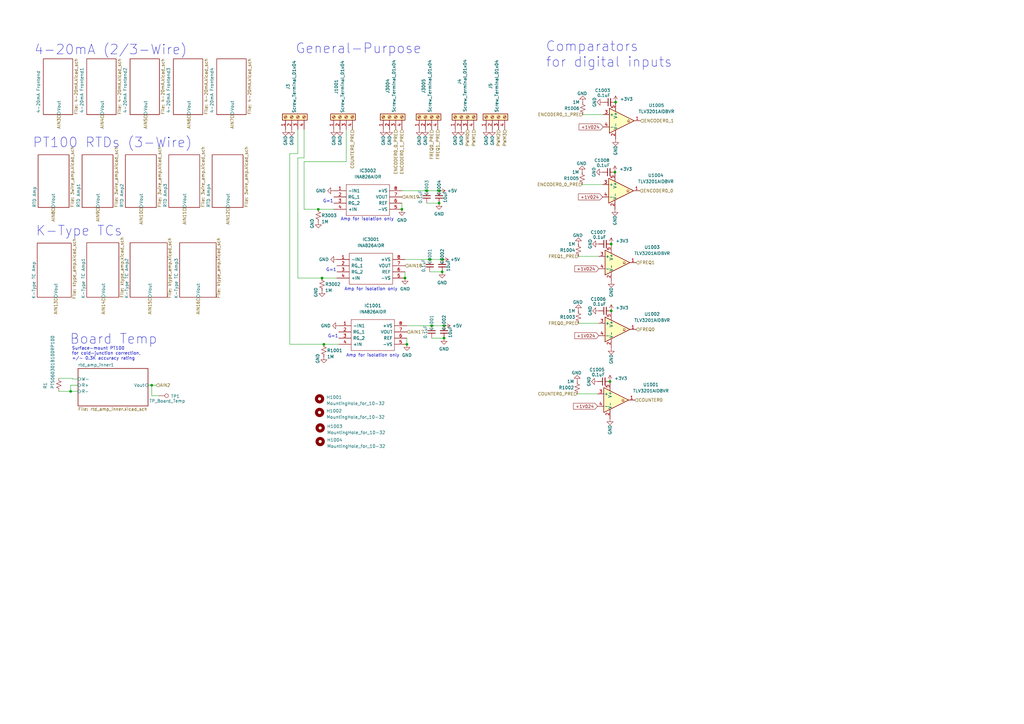
<source format=kicad_sch>
(kicad_sch (version 20231120) (generator "eeschema") (generator_version "8.0")
  (paper "A3")
  (lib_symbols
    (symbol "Connector:Screw_Terminal_01x04" (pin_names (offset 1.016) hide)
      (property "Reference" "J" (at 0 5.08 0))
      (property "Value" "Screw_Terminal_01x04" (at 0 -7.62 0))
      (symbol "Screw_Terminal_01x04_1_1"
        (rectangle (start -1.27 3.81) (end 1.27 -6.35) (stroke (width 0.254)) (fill (type background)))
        (circle (center 0 -5.08) (radius 0.635) (stroke (width 0.1524)))
        (circle (center 0 -2.54) (radius 0.635) (stroke (width 0.1524)))
        (polyline (pts (xy -0.5334 -4.7498) (xy 0.3302 -5.588)) (stroke (width 0.1524)))
        (polyline (pts (xy -0.5334 -2.2098) (xy 0.3302 -3.048)) (stroke (width 0.1524)))
        (polyline (pts (xy -0.5334 0.3302) (xy 0.3302 -0.508)) (stroke (width 0.1524)))
        (polyline (pts (xy -0.5334 2.8702) (xy 0.3302 2.032)) (stroke (width 0.1524)))
        (polyline (pts (xy -0.3556 -4.572) (xy 0.508 -5.4102)) (stroke (width 0.1524)))
        (polyline (pts (xy -0.3556 -2.032) (xy 0.508 -2.8702)) (stroke (width 0.1524)))
        (polyline (pts (xy -0.3556 0.508) (xy 0.508 -0.3302)) (stroke (width 0.1524)))
        (polyline (pts (xy -0.3556 3.048) (xy 0.508 2.2098)) (stroke (width 0.1524)))
        (circle (center 0 0) (radius 0.635) (stroke (width 0.1524)))
        (circle (center 0 2.54) (radius 0.635) (stroke (width 0.1524)))
        (pin passive line (at -5.08 2.54 0) (length 3.81) (name "Pin_1") (number "1"))
        (pin passive line (at -5.08 0 0) (length 3.81) (name "Pin_2") (number "2"))
        (pin passive line (at -5.08 -2.54 0) (length 3.81) (name "Pin_3") (number "3"))
        (pin passive line (at -5.08 -5.08 0) (length 3.81) (name "Pin_4") (number "4"))
      )
    )
    (symbol "Connector:TestPoint" (pin_numbers hide) (pin_names (offset 0.762) hide)
      (property "Reference" "TP" (at 0 6.858 0))
      (property "Value" "TestPoint" (at 0 5.08 0))
      (symbol "TestPoint_0_1"
        (circle (center 0 3.302) (radius 0.762))
      )
      (symbol "TestPoint_1_1"
        (pin passive line (at 0 0 90) (length 2.54) (name "1") (number "1"))
      )
    )
    (symbol "Device:C_Small" (pin_numbers hide) (pin_names (offset 0.254) hide)
      (property "Reference" "C" (at 0.254 1.778 0))
      (property "Value" "C_Small" (at 0.254 -2.032 0))
      (symbol "C_Small_0_1"
        (polyline (pts (xy -1.524 -0.508) (xy 1.524 -0.508)) (stroke (width 0.3302)))
        (polyline (pts (xy -1.524 0.508) (xy 1.524 0.508)) (stroke (width 0.3048)))
      )
      (symbol "C_Small_1_1"
        (pin passive line (at 0 2.54 270) (length 2.032) (name "~") (number "1"))
        (pin passive line (at 0 -2.54 90) (length 2.032) (name "~") (number "2"))
      )
    )
    (symbol "Device:R_Small_US" (pin_numbers hide) (pin_names (offset 0.254) hide)
      (property "Reference" "R" (at 0.762 0.508 0))
      (property "Value" "R_Small_US" (at 0.762 -1.016 0))
      (symbol "R_Small_US_1_1"
        (polyline (pts (xy 0 0) (xy 1.016 -0.381) (xy 0 -0.762) (xy -1.016 -1.143) (xy 0 -1.524)))
        (polyline (pts (xy 0 1.524) (xy 1.016 1.143) (xy 0 0.762) (xy -1.016 0.381) (xy 0 0)))
        (pin passive line (at 0 2.54 270) (length 1.016) (name "~") (number "1"))
        (pin passive line (at 0 -2.54 90) (length 1.016) (name "~") (number "2"))
      )
    )
    (symbol "Mechanical:MountingHole" (pin_names (offset 1.016))
      (property "Reference" "H" (at 0 5.08 0))
      (property "Value" "MountingHole" (at 0 3.175 0))
      (symbol "MountingHole_0_1"
        (circle (center 0 0) (radius 1.27) (stroke (width 1.27)))
      )
    )
    (symbol "aaa:INA826AIDR" (pin_names (offset 0.762))
      (property "Reference" "IC" (at 24.13 7.62 0))
      (property "Value" "INA826AIDR" (at 24.13 5.08 0))
      (symbol "INA826AIDR_0_0"
        (pin passive line (at 0 0 0) (length 5.08) (name "-IN1") (number "1"))
        (pin passive line (at 0 -2.54 0) (length 5.08) (name "RG_1") (number "2"))
        (pin passive line (at 0 -5.08 0) (length 5.08) (name "RG_2") (number "3"))
        (pin passive line (at 0 -7.62 0) (length 5.08) (name "+IN") (number "4"))
        (pin passive line (at 27.94 -7.62 180) (length 5.08) (name "-VS") (number "5"))
        (pin passive line (at 27.94 -5.08 180) (length 5.08) (name "REF") (number "6"))
        (pin passive line (at 27.94 -2.54 180) (length 5.08) (name "VOUT") (number "7"))
        (pin passive line (at 27.94 0 180) (length 5.08) (name "+VS") (number "8"))
      )
      (symbol "INA826AIDR_0_1"
        (polyline (pts (xy 5.08 2.54) (xy 22.86 2.54) (xy 22.86 -10.16) (xy 5.08 -10.16) (xy 5.08 2.54)) (stroke (width 0.1524)))
      )
    )
    (symbol "aaa:TLV3201AIDBVR" (pin_names (offset 0.127))
      (property "Reference" "U" (at 1.27 5.08 0))
      (property "Value" "TLV3201AIDBVR" (at 10.922 -4.826 0))
      (symbol "TLV3201AIDBVR_0_1"
        (polyline (pts (xy -5.08 5.08) (xy 5.08 0) (xy -5.08 -5.08) (xy -5.08 5.08)) (stroke (width 0.254)) (fill (type background)))
        (polyline (pts (xy 3.302 -0.508) (xy 2.794 -0.508) (xy 3.302 0) (xy 2.794 0.508) (xy 2.286 0) (xy 2.794 -0.508) (xy 2.286 -0.508)) (stroke (width 0.127)))
      )
      (symbol "TLV3201AIDBVR_1_1"
        (pin bidirectional line (at 7.62 0 180) (length 2.54) (name "~") (number "1"))
        (pin power_in line (at -2.54 -7.62 90) (length 3.81) (name "V-") (number "2"))
        (pin input line (at -7.62 2.54 0) (length 2.54) (name "+") (number "3"))
        (pin input line (at -7.62 -2.54 0) (length 2.54) (name "-") (number "4"))
        (pin power_in line (at -2.54 7.62 270) (length 3.81) (name "V+") (number "5"))
      )
    )
    (symbol "power:+3V3" (power) (pin_numbers hide) (pin_names (offset 0) hide)
      (property "Value" "+3V3" (at 0 3.556 0))
      (symbol "+3V3_0_1"
        (polyline (pts (xy -0.762 1.27) (xy 0 2.54)))
        (polyline (pts (xy 0 0) (xy 0 2.54)))
        (polyline (pts (xy 0 2.54) (xy 0.762 1.27)))
      )
      (symbol "+3V3_1_1"
        (pin power_in line (at 0 0 90) (length 0) (name "~") (number "1"))
      )
    )
    (symbol "power:+5V" (power) (pin_numbers hide) (pin_names (offset 0) hide)
      (property "Value" "+5V" (at 0 3.556 0))
      (symbol "+5V_0_1"
        (polyline (pts (xy -0.762 1.27) (xy 0 2.54)))
        (polyline (pts (xy 0 0) (xy 0 2.54)))
        (polyline (pts (xy 0 2.54) (xy 0.762 1.27)))
      )
      (symbol "+5V_1_1"
        (pin power_in line (at 0 0 90) (length 0) (name "~") (number "1"))
      )
    )
    (symbol "power:GND" (power) (pin_names (offset 0))
      (property "Value" "GND" (at 0 -3.81 0))
      (symbol "GND_0_1"
        (polyline (pts (xy 0 0) (xy 0 -1.27) (xy 1.27 -1.27) (xy 0 -2.54) (xy -1.27 -1.27) (xy 0 -1.27)))
      )
      (symbol "GND_1_1"
        (pin power_in line (at 0 0 270) (length 0) hide (name "GND") (number "1"))
      )
    )
  )
  (junction (at 250.698 100.076))
  (junction (at 180.086 83.312))
  (junction (at 181.356 106.426))
  (junction (at 180.086 78.232))
  (junction (at 181.356 111.506))
  (junction (at 132.842 141.224))
  (junction (at 250.698 127.508))
  (junction (at 176.276 106.426))
  (junction (at 252.476 41.91))
  (junction (at 132.08 114.046))
  (junction (at 175.006 78.232))
  (junction (at 130.556 85.852))
  (junction (at 182.118 138.684))
  (junction (at 28.956 160.528))
  (junction (at 182.118 133.604))
  (junction (at 166.878 141.224))
  (junction (at 166.116 114.046))
  (junction (at 250.19 156.464))
  (junction (at 62.23 157.988))
  (junction (at 252.222 70.612))
  (junction (at 177.038 133.604))
  (junction (at 164.846 85.852))
  (wire (pts (xy 176.276 111.506) (xy 181.356 111.506)))
  (wire (pts (xy 28.956 157.988) (xy 28.956 160.528)))
  (wire (pts (xy 29.718 155.448) (xy 29.718 155.194)))
  (wire (pts (xy 122.174 64.77) (xy 124.714 64.77)))
  (wire (pts (xy 124.714 85.852) (xy 124.714 66.294)))
  (wire (pts (xy 141.986 66.294) (xy 141.986 53.086)))
  (wire (pts (xy 60.706 157.988) (xy 62.23 157.988)))
  (wire (pts (xy 239.014 46.99) (xy 247.396 46.99)))
  (wire (pts (xy 175.006 83.312) (xy 180.086 83.312)))
  (wire (pts (xy 118.872 62.992) (xy 122.174 62.992)))
  (wire (pts (xy 164.846 78.232) (xy 175.006 78.232)))
  (wire (pts (xy 166.878 138.684) (xy 166.878 141.224)))
  (wire (pts (xy 166.116 111.506) (xy 166.116 114.046)))
  (wire (pts (xy 132.842 141.224) (xy 138.938 141.224)))
  (wire (pts (xy 118.872 141.224) (xy 132.842 141.224)))
  (wire (pts (xy 236.728 161.544) (xy 245.11 161.544)))
  (wire (pts (xy 65.024 162.306) (xy 62.23 162.306)))
  (wire (pts (xy 164.846 83.312) (xy 164.846 85.852)))
  (wire (pts (xy 32.004 157.988) (xy 28.956 157.988)))
  (wire (pts (xy 124.714 64.77) (xy 124.714 53.086)))
  (wire (pts (xy 124.714 66.294) (xy 141.986 66.294)))
  (wire (pts (xy 177.038 133.604) (xy 182.118 133.604)))
  (wire (pts (xy 237.236 105.156) (xy 245.618 105.156)))
  (wire (pts (xy 28.956 160.528) (xy 24.13 160.528)))
  (wire (pts (xy 24.13 155.194) (xy 29.718 155.194)))
  (wire (pts (xy 62.23 157.988) (xy 64.008 157.988)))
  (wire (pts (xy 118.872 141.224) (xy 118.872 62.992)))
  (wire (pts (xy 175.006 78.232) (xy 180.086 78.232)))
  (wire (pts (xy 238.76 75.692) (xy 247.142 75.692)))
  (wire (pts (xy 136.906 85.852) (xy 130.556 85.852)))
  (wire (pts (xy 122.174 62.992) (xy 122.174 53.086)))
  (wire (pts (xy 122.174 114.046) (xy 132.08 114.046)))
  (wire (pts (xy 132.08 114.046) (xy 138.176 114.046)))
  (wire (pts (xy 237.236 132.588) (xy 245.618 132.588)))
  (wire (pts (xy 176.276 106.426) (xy 181.356 106.426)))
  (wire (pts (xy 166.878 133.604) (xy 177.038 133.604)))
  (wire (pts (xy 177.038 138.684) (xy 182.118 138.684)))
  (wire (pts (xy 24.13 160.528) (xy 24.13 160.274)))
  (wire (pts (xy 62.23 162.306) (xy 62.23 157.988)))
  (wire (pts (xy 32.004 155.448) (xy 29.718 155.448)))
  (wire (pts (xy 122.174 114.046) (xy 122.174 64.77)))
  (wire (pts (xy 124.714 85.852) (xy 130.556 85.852)))
  (wire (pts (xy 32.004 160.528) (xy 28.956 160.528)))
  (wire (pts (xy 166.116 106.426) (xy 176.276 106.426)))
  (text "PT100 RTDs (3-Wire)" (at 13.335 60.96 0) (effects (font (size 4 4)) (justify left bottom)))
  (text "G=1" (at 133.731 111.506 0) (effects (font (size 1.27 1.27)) (justify left bottom)))
  (text "General-Purpose" (at 121.158 22.352 0) (effects (font (size 4 4)) (justify left bottom)))
  (text "K-Type TCs" (at 14.605 97.155 0) (effects (font (size 4 4)) (justify left bottom)))
  (text "Board Temp" (at 28.575 141.5034 0) (effects (font (size 4 4)) (justify left bottom)))
  (text "Comparators\nfor digital inputs" (at 223.774 27.94 0) (effects (font (size 4 4)) (justify left bottom)))
  (text "G=1" (at 132.461 83.312 0) (effects (font (size 1.27 1.27)) (justify left bottom)))
  (text "Amp for isolation only" (at 141.986 146.558 0) (effects (font (size 1.27 1.27)) (justify left bottom)))
  (text "Amp for isolation only" (at 139.7 90.678 0) (effects (font (size 1.27 1.27)) (justify left bottom)))
  (text "4-20mA (2/3-Wire)" (at 13.97 22.86 0) (effects (font (size 4 4)) (justify left bottom)))
  (text "Surface-mount PT100 \nfor cold-junction correction,\n+/- 0.3K accuracy rating" (at 29.464 145.034 0) (effects (font (size 1.27 1.27)) (justify left)))
  (text "Amp for isolation only" (at 141.224 119.38 0) (effects (font (size 1.27 1.27)) (justify left bottom)))
  (text "G=1" (at 134.493 138.684 0) (effects (font (size 1.27 1.27)) (justify left bottom)))
  (global_label "+1V024" (shape input) (at 247.142 80.772 180) (property "Intersheetrefs" "${INTERSHEET_REFS}" (effects (hide yes))))
  (global_label "+1V024" (shape input) (at 245.618 110.236 180) (property "Intersheetrefs" "${INTERSHEET_REFS}" (effects (hide yes))))
  (global_label "+1V024" (shape input) (at 247.396 52.07 180) (property "Intersheetrefs" "${INTERSHEET_REFS}" (effects (hide yes))))
  (global_label "+1V024" (shape input) (at 245.11 166.624 180) (property "Intersheetrefs" "${INTERSHEET_REFS}" (effects (hide yes))))
  (global_label "+1V024" (shape input) (at 245.618 137.668 180) (property "Intersheetrefs" "${INTERSHEET_REFS}" (effects (hide yes))))
  (hierarchical_label "ENCODER0_1_PRE" (shape input) (at 164.846 53.086 270))
  (hierarchical_label "AIN12" (shape input) (at 93.472 85.09 270))
  (hierarchical_label "AIN17" (shape input) (at 166.878 136.144 0))
  (hierarchical_label "COUNTER0_PRE" (shape input) (at 144.526 53.086 270))
  (hierarchical_label "AIN8" (shape input) (at 21.844 85.09 270))
  (hierarchical_label "AIN14" (shape input) (at 42.418 121.92 270))
  (hierarchical_label "COUNTER0_PRE" (shape input) (at 236.728 161.544 180))
  (hierarchical_label "AIN15" (shape input) (at 61.468 121.92 270))
  (hierarchical_label "ENCODER0_1_PRE" (shape input) (at 239.014 46.99 180))
  (hierarchical_label "ENCODER0_1" (shape input) (at 262.636 49.53 0))
  (hierarchical_label "AIN18" (shape input) (at 166.116 108.966 0))
  (hierarchical_label "AIN6" (shape input) (at 77.47 46.99 270))
  (hierarchical_label "AIN10" (shape input) (at 57.912 85.09 270))
  (hierarchical_label "PWM2" (shape input) (at 204.47 53.086 270))
  (hierarchical_label "AIN2" (shape input) (at 64.008 157.988 0))
  (hierarchical_label "FREQ1" (shape input) (at 260.858 107.696 0))
  (hierarchical_label "PWM0" (shape input) (at 191.77 53.086 270))
  (hierarchical_label "PWM1" (shape input) (at 194.31 53.086 270))
  (hierarchical_label "AIN5" (shape input) (at 59.69 46.99 270))
  (hierarchical_label "AIN13" (shape input) (at 22.86 121.92 270))
  (hierarchical_label "ENCODER0_0_PRE" (shape input) (at 162.306 53.086 270))
  (hierarchical_label "AIN16" (shape input) (at 81.28 121.92 270))
  (hierarchical_label "AIN7" (shape input) (at 95.25 46.99 270))
  (hierarchical_label "AIN3" (shape input) (at 24.13 46.99 270))
  (hierarchical_label "AIN4" (shape input) (at 41.91 46.99 270))
  (hierarchical_label "FREQ0_PRE" (shape input) (at 177.038 53.086 270))
  (hierarchical_label "FREQ0_PRE" (shape input) (at 237.236 132.588 180))
  (hierarchical_label "FREQ1_PRE" (shape input) (at 179.578 53.086 270))
  (hierarchical_label "AIN9" (shape input) (at 40.132 85.09 270))
  (hierarchical_label "AIN11" (shape input) (at 75.692 85.09 270))
  (hierarchical_label "COUNTER0" (shape input) (at 260.35 164.084 0))
  (hierarchical_label "ENCODER0_0_PRE" (shape input) (at 238.76 75.692 180))
  (hierarchical_label "AIN19" (shape input) (at 164.846 80.772 0))
  (hierarchical_label "FREQ0" (shape input) (at 260.858 135.128 0))
  (hierarchical_label "FREQ1_PRE" (shape input) (at 237.236 105.156 180))
  (hierarchical_label "ENCODER0_0" (shape input) (at 262.382 78.232 0))
  (hierarchical_label "PWM3" (shape input) (at 207.01 53.086 270))
  (symbol (lib_id "power:GND") (at 199.39 53.086 0) (unit 1)
    (property "Reference" "#PWR010" (effects (hide yes)))
    (property "Value" "GND" (at 199.39 55.626 90) (effects (justify right)))
  )
  (symbol (lib_id "Device:C_Small") (at 249.936 41.91 90) (unit 1)
    (property "Reference" "C1003" (at 247.142 37.084 90))
    (property "Value" "0.1uF" (at 247.65 39.116 90))
    (property "Footprint" "Capacitor_SMD:C_0402_1005Metric" (effects (hide yes)))
  )
  (symbol (lib_id "Device:R_Small_US") (at 237.236 130.048 180) (unit 1)
    (property "Reference" "R1003" (at 235.966 130.048 0) (effects (justify left)))
    (property "Value" "1M" (at 235.966 127.508 0) (effects (justify left)))
    (property "Footprint" "Resistor_SMD:R_0402_1005Metric" (effects (hide yes)))
  )
  (symbol (lib_id "Device:R_Small_US") (at 132.08 116.586 0) (unit 1)
    (property "Reference" "R3002" (at 133.35 116.586 0) (effects (justify left)))
    (property "Value" "1M" (at 133.35 119.126 0) (effects (justify left)))
    (property "Footprint" "Resistor_SMD:R_0402_1005Metric" (effects (hide yes)))
  )
  (symbol (lib_id "power:GND") (at 239.014 41.91 180) (unit 1)
    (property "Reference" "#PWR01029" (effects (hide yes)))
    (property "Value" "GND" (at 236.728 38.354 0) (effects (justify right)))
  )
  (symbol (lib_id "aaa:TLV3201AIDBVR") (at 252.73 164.084 0) (unit 1)
    (property "Reference" "U1001" (at 266.954 157.7654 0))
    (property "Value" "TLV3201AIDBVR" (at 266.954 160.3054 0))
    (property "Footprint" "Package_TO_SOT_SMD:SOT-23-5" (effects (hide yes)))
    (property "Datasheet" "https://www.ti.com/lit/ds/symlink/tlv3201.pdf?ts=1738533993239&ref_url=https%253A%252F%252Fwww.ti.com%252Fproduct%252FTLV3201" (effects (hide yes)))
    (property "Description" "Single Push-Pull Low-Voltage Comparator, SOT-23-5/SC-70-5" (effects (hide yes)))
  )
  (symbol (lib_id "Mechanical:MountingHole") (at 131.064 163.576 0) (unit 1) (in_bom no)
    (property "Reference" "H1001" (at 133.858 162.941 0) (effects (justify left)))
    (property "Value" "MountingHole_for_10-32" (at 133.858 165.481 0) (effects (justify left)))
    (property "Footprint" "MountingHole:MountingHole_5mm" (effects (hide yes)))
  )
  (symbol (lib_id "Device:C_Small") (at 182.118 136.144 180) (unit 1)
    (property "Reference" "C1002" (at 182.118 132.334 90))
    (property "Value" "10uF" (at 184.658 136.144 90))
    (property "Footprint" "Capacitor_SMD:C_0603_1608Metric" (effects (hide yes)))
  )
  (symbol (lib_id "power:GND") (at 132.08 119.126 0) (unit 1)
    (property "Reference" "#PWR03019" (effects (hide yes)))
    (property "Value" "GND" (at 129.54 117.856 90) (effects (justify right)))
  )
  (symbol (lib_id "power:GND") (at 130.556 90.932 0) (unit 1)
    (property "Reference" "#PWR03020" (effects (hide yes)))
    (property "Value" "GND" (at 128.016 89.662 90) (effects (justify right)))
  )
  (symbol (lib_id "Connector:Screw_Terminal_01x04") (at 159.766 48.006 90) (unit 1)
    (property "Reference" "J3004" (at 159.004 35.306 0))
    (property "Value" "Screw_Terminal_01x04" (at 161.544 35.306 0))
    (property "Footprint" "aaa:1725038" (effects (hide yes)))
    (property "LCSC" "C91148" (effects (hide yes)))
  )
  (symbol (lib_id "power:GND") (at 138.938 133.604 270) (unit 1)
    (property "Reference" "#PWR01002" (effects (hide yes)))
    (property "Value" "GND" (at 135.636 133.6039 90) (effects (justify right)))
  )
  (symbol (lib_id "Device:R_Small_US") (at 130.556 88.392 0) (unit 1)
    (property "Reference" "R3003" (at 131.826 88.392 0) (effects (justify left)))
    (property "Value" "1M" (at 131.826 90.932 0) (effects (justify left)))
    (property "Footprint" "Resistor_SMD:R_0402_1005Metric" (effects (hide yes)))
  )
  (symbol (lib_id "power:+3V3") (at 250.19 156.464 0) (unit 1)
    (property "Reference" "#PWR01014" (effects (hide yes)))
    (property "Value" "+3V3" (at 251.968 155.1939 0) (effects (justify left)))
    (property "Description" "Power symbol creates a global label with name \"+3V3\"" (effects (hide yes)))
  )
  (symbol (lib_id "Device:C_Small") (at 175.006 80.772 180) (unit 1)
    (property "Reference" "C3003" (at 175.006 76.962 90))
    (property "Value" "0.1uF" (at 172.466 80.772 90))
    (property "Footprint" "Capacitor_SMD:C_0402_1005Metric" (effects (hide yes)))
  )
  (symbol (lib_id "power:GND") (at 250.698 115.316 0) (unit 1)
    (property "Reference" "#PWR01024" (effects (hide yes)))
    (property "Value" "GND" (at 250.698 119.888 90))
  )
  (symbol (lib_id "Device:R_Small_US") (at 236.728 159.004 180) (unit 1)
    (property "Reference" "R1002" (at 235.458 159.004 0) (effects (justify left)))
    (property "Value" "1M" (at 235.458 156.464 0) (effects (justify left)))
    (property "Footprint" "Resistor_SMD:R_0402_1005Metric" (effects (hide yes)))
  )
  (symbol (lib_id "power:GND") (at 245.618 100.076 270) (unit 1)
    (property "Reference" "#PWR01022" (effects (hide yes)))
    (property "Value" "GND" (at 242.062 100.076 0))
  )
  (symbol (lib_id "power:+5V") (at 181.356 106.426 270) (unit 1)
    (property "Reference" "#PWR01004" (effects (hide yes)))
    (property "Value" "+5V" (at 184.658 106.4259 90) (effects (justify left)))
    (property "Description" "Power symbol creates a global label with name \"+5V\"" (effects (hide yes)))
  )
  (symbol (lib_id "power:GND") (at 166.116 114.046 0) (unit 1)
    (property "Reference" "#PWR03011" (effects (hide yes)))
    (property "Value" "GND" (at 166.116 118.491 0))
  )
  (symbol (lib_id "Device:R_Small_US") (at 238.76 73.152 180) (unit 1)
    (property "Reference" "R1005" (at 237.49 73.152 0) (effects (justify left)))
    (property "Value" "1M" (at 237.49 70.612 0) (effects (justify left)))
    (property "Footprint" "Resistor_SMD:R_0402_1005Metric" (effects (hide yes)))
  )
  (symbol (lib_id "power:GND") (at 159.766 53.086 0) (unit 1)
    (property "Reference" "#PWR012" (effects (hide yes)))
    (property "Value" "GND" (at 159.766 55.626 90) (effects (justify right)))
  )
  (symbol (lib_id "Mechanical:MountingHole") (at 131.318 181.102 0) (unit 1) (in_bom no)
    (property "Reference" "H1004" (at 134.112 180.467 0) (effects (justify left)))
    (property "Value" "MountingHole_for_10-32" (at 134.112 183.007 0) (effects (justify left)))
    (property "Footprint" "MountingHole:MountingHole_5mm" (effects (hide yes)))
  )
  (symbol (lib_id "power:GND") (at 136.906 78.232 270) (unit 1)
    (property "Reference" "#PWR03015" (effects (hide yes)))
    (property "Value" "GND" (at 133.604 78.2319 90) (effects (justify right)))
  )
  (symbol (lib_id "power:GND") (at 237.236 100.076 180) (unit 1)
    (property "Reference" "#PWR01011" (effects (hide yes)))
    (property "Value" "GND" (at 234.95 96.52 0) (effects (justify right)))
  )
  (symbol (lib_id "power:GND") (at 245.11 156.464 270) (unit 1)
    (property "Reference" "#PWR01013" (effects (hide yes)))
    (property "Value" "GND" (at 241.554 156.464 0))
  )
  (symbol (lib_id "aaa:TLV3201AIDBVR") (at 253.238 135.128 0) (unit 1)
    (property "Reference" "U1002" (at 267.462 128.8094 0))
    (property "Value" "TLV3201AIDBVR" (at 267.462 131.3494 0))
    (property "Footprint" "Package_TO_SOT_SMD:SOT-23-5" (effects (hide yes)))
    (property "Datasheet" "https://www.ti.com/lit/ds/symlink/tlv3201.pdf?ts=1738533993239&ref_url=https%253A%252F%252Fwww.ti.com%252Fproduct%252FTLV3201" (effects (hide yes)))
    (property "Description" "Single Push-Pull Low-Voltage Comparator, SOT-23-5/SC-70-5" (effects (hide yes)))
  )
  (symbol (lib_id "power:GND") (at 182.118 138.684 0) (unit 1)
    (property "Reference" "#PWR01005" (effects (hide yes)))
    (property "Value" "GND" (at 182.118 143.129 0))
  )
  (symbol (lib_id "power:GND") (at 252.222 85.852 0) (unit 1)
    (property "Reference" "#PWR01027" (effects (hide yes)))
    (property "Value" "GND" (at 252.222 90.424 90))
  )
  (symbol (lib_id "power:GND") (at 171.958 53.086 0) (unit 1)
    (property "Reference" "#PWR03010" (effects (hide yes)))
    (property "Value" "GND" (at 171.958 55.626 90) (effects (justify right)))
  )
  (symbol (lib_id "Connector:Screw_Terminal_01x04") (at 189.23 48.006 90) (unit 1)
    (property "Reference" "J4" (at 188.468 33.528 0))
    (property "Value" "Screw_Terminal_01x04" (at 190.7032 35.1028 0))
    (property "Footprint" "aaa:1725038" (effects (hide yes)))
    (property "LCSC" "C91148" (effects (hide yes)))
  )
  (symbol (lib_id "power:GND") (at 132.842 146.304 0) (unit 1)
    (property "Reference" "#PWR01001" (effects (hide yes)))
    (property "Value" "GND" (at 130.302 145.034 90) (effects (justify right)))
  )
  (symbol (lib_id "power:GND") (at 119.634 53.086 0) (unit 1)
    (property "Reference" "#PWR06" (effects (hide yes)))
    (property "Value" "GND" (at 119.634 55.626 90) (effects (justify right)))
  )
  (symbol (lib_id "Connector:Screw_Terminal_01x04") (at 174.498 48.006 90) (unit 1)
    (property "Reference" "J3005" (at 173.736 35.306 0))
    (property "Value" "Screw_Terminal_01x04" (at 176.276 35.306 0))
    (property "Footprint" "aaa:1725038" (effects (hide yes)))
    (property "LCSC" "C91148" (effects (hide yes)))
  )
  (symbol (lib_id "power:GND") (at 117.094 53.086 0) (unit 1)
    (property "Reference" "#PWR03001" (effects (hide yes)))
    (property "Value" "GND" (at 117.094 55.626 90) (effects (justify right)))
  )
  (symbol (lib_id "Device:R_Small_US") (at 132.842 143.764 0) (unit 1)
    (property "Reference" "R1001" (at 134.112 143.764 0) (effects (justify left)))
    (property "Value" "1M" (at 134.112 146.304 0) (effects (justify left)))
    (property "Footprint" "Resistor_SMD:R_0402_1005Metric" (effects (hide yes)))
  )
  (symbol (lib_id "power:GND") (at 236.728 156.464 180) (unit 1)
    (property "Reference" "#PWR01009" (effects (hide yes)))
    (property "Value" "GND" (at 234.442 152.908 0) (effects (justify right)))
  )
  (symbol (lib_id "power:+3V3") (at 250.698 127.508 0) (unit 1)
    (property "Reference" "#PWR01020" (effects (hide yes)))
    (property "Value" "+3V3" (at 252.476 126.2379 0) (effects (justify left)))
    (property "Description" "Power symbol creates a global label with name \"+3V3\"" (effects (hide yes)))
  )
  (symbol (lib_id "Device:C_Small") (at 248.158 127.508 90) (unit 1)
    (property "Reference" "C1006" (at 245.364 122.682 90))
    (property "Value" "0.1uF" (at 245.872 124.714 90))
    (property "Footprint" "Capacitor_SMD:C_0402_1005Metric" (effects (hide yes)))
  )
  (symbol (lib_id "power:+5V") (at 180.086 78.232 270) (unit 1)
    (property "Reference" "#PWR01018" (effects (hide yes)))
    (property "Value" "+5V" (at 183.388 78.2319 90) (effects (justify left)))
    (property "Description" "Power symbol creates a global label with name \"+5V\"" (effects (hide yes)))
  )
  (symbol (lib_id "power:GND") (at 189.23 53.086 0) (unit 1)
    (property "Reference" "#PWR03003" (effects (hide yes)))
    (property "Value" "GND" (at 189.23 55.626 90) (effects (justify right)))
  )
  (symbol (lib_id "aaa:TLV3201AIDBVR") (at 255.016 49.53 0) (unit 1)
    (property "Reference" "U1005" (at 269.24 43.2114 0))
    (property "Value" "TLV3201AIDBVR" (at 269.24 45.7514 0))
    (property "Footprint" "Package_TO_SOT_SMD:SOT-23-5" (effects (hide yes)))
    (property "Datasheet" "https://www.ti.com/lit/ds/symlink/tlv3201.pdf?ts=1738533993239&ref_url=https%253A%252F%252Fwww.ti.com%252Fproduct%252FTLV3201" (effects (hide yes)))
    (property "Description" "Single Push-Pull Low-Voltage Comparator, SOT-23-5/SC-70-5" (effects (hide yes)))
  )
  (symbol (lib_id "Connector:TestPoint") (at 65.024 162.306 270) (unit 1)
    (property "Reference" "TP1" (at 71.882 162.56 90))
    (property "Value" "TP_Board_Temp" (at 68.58 164.465 90))
    (property "Footprint" "TestPoint:TestPoint_Pad_D1.0mm" (effects (hide yes)))
  )
  (symbol (lib_id "power:GND") (at 238.76 70.612 180) (unit 1)
    (property "Reference" "#PWR01028" (effects (hide yes)))
    (property "Value" "GND" (at 236.474 67.056 0) (effects (justify right)))
  )
  (symbol (lib_id "power:GND") (at 250.19 171.704 0) (unit 1)
    (property "Reference" "#PWR01012" (effects (hide yes)))
    (property "Value" "GND" (at 250.19 176.276 90))
  )
  (symbol (lib_id "power:GND") (at 247.396 41.91 270) (unit 1)
    (property "Reference" "#PWR01006" (effects (hide yes)))
    (property "Value" "GND" (at 243.84 41.91 0))
  )
  (symbol (lib_id "power:GND") (at 139.446 53.086 0) (unit 1)
    (property "Reference" "#PWR01016" (effects (hide yes)))
    (property "Value" "GND" (at 139.446 55.626 90) (effects (justify right)))
  )
  (symbol (lib_id "Device:R_Small_US") (at 24.13 157.734 0) (unit 1)
    (property "Reference" "R1" (at 18.542 159.512 90) (effects (justify left)))
    (property "Value" "PTS060301B100RP100" (at 21.59 159.512 90) (effects (justify left)))
    (property "Footprint" "Resistor_SMD:R_0603_1608Metric" (effects (hide yes)))
    (property "Description" "Resistor, small US symbol" (effects (hide yes)))
    (property "LCSC" "C141518" (effects (hide yes)))
  )
  (symbol (lib_id "Device:C_Small") (at 176.276 108.966 180) (unit 1)
    (property "Reference" "C3001" (at 176.276 105.156 90))
    (property "Value" "0.1uF" (at 173.736 108.966 90))
    (property "Footprint" "Capacitor_SMD:C_0402_1005Metric" (effects (hide yes)))
  )
  (symbol (lib_id "power:+3V3") (at 252.476 41.91 0) (unit 1)
    (property "Reference" "#PWR01007" (effects (hide yes)))
    (property "Value" "+3V3" (at 254.254 40.6399 0) (effects (justify left)))
    (property "Description" "Power symbol creates a global label with name \"+3V3\"" (effects (hide yes)))
  )
  (symbol (lib_id "power:GND") (at 166.878 141.224 0) (unit 1)
    (property "Reference" "#PWR01003" (effects (hide yes)))
    (property "Value" "GND" (at 166.878 145.669 0))
  )
  (symbol (lib_id "Connector:Screw_Terminal_01x04") (at 201.93 48.006 90) (unit 1)
    (property "Reference" "J5" (at 201.168 35.306 0))
    (property "Value" "Screw_Terminal_01x04" (at 203.708 35.306 0))
    (property "Footprint" "aaa:1725038" (effects (hide yes)))
    (property "LCSC" "C91148" (effects (hide yes)))
  )
  (symbol (lib_id "power:GND") (at 250.698 142.748 0) (unit 1)
    (property "Reference" "#PWR01021" (effects (hide yes)))
    (property "Value" "GND" (at 250.698 147.32 90))
  )
  (symbol (lib_id "Device:C_Small") (at 248.158 100.076 90) (unit 1)
    (property "Reference" "C1007" (at 245.364 95.25 90))
    (property "Value" "0.1uF" (at 245.872 97.282 90))
    (property "Footprint" "Capacitor_SMD:C_0402_1005Metric" (effects (hide yes)))
  )
  (symbol (lib_id "power:GND") (at 201.93 53.086 0) (unit 1)
    (property "Reference" "#PWR03005" (effects (hide yes)))
    (property "Value" "GND" (at 201.93 55.626 90) (effects (justify right)))
  )
  (symbol (lib_id "Device:C_Small") (at 247.65 156.464 90) (unit 1)
    (property "Reference" "C1005" (at 244.856 151.638 90))
    (property "Value" "0.1uF" (at 245.364 153.67 90))
    (property "Footprint" "Capacitor_SMD:C_0402_1005Metric" (effects (hide yes)))
  )
  (symbol (lib_id "power:+5V") (at 182.118 133.604 270) (unit 1)
    (property "Reference" "#PWR01017" (effects (hide yes)))
    (property "Value" "+5V" (at 185.42 133.6039 90) (effects (justify left)))
    (property "Description" "Power symbol creates a global label with name \"+5V\"" (effects (hide yes)))
  )
  (symbol (lib_id "Connector:Screw_Terminal_01x04") (at 119.634 48.006 90) (unit 1)
    (property "Reference" "J3" (at 118.11 35.56 0))
    (property "Value" "Screw_Terminal_01x04" (at 120.65 35.56 0))
    (property "Footprint" "aaa:1725038" (effects (hide yes)))
    (property "LCSC" "C91148" (effects (hide yes)))
  )
  (symbol (lib_id "power:GND") (at 252.476 57.15 0) (unit 1)
    (property "Reference" "#PWR01008" (effects (hide yes)))
    (property "Value" "GND" (at 252.476 61.722 90))
  )
  (symbol (lib_id "power:GND") (at 157.226 53.086 0) (unit 1)
    (property "Reference" "#PWR03009" (effects (hide yes)))
    (property "Value" "GND" (at 157.226 55.626 90) (effects (justify right)))
  )
  (symbol (lib_id "Device:C_Small") (at 180.086 80.772 180) (unit 1)
    (property "Reference" "C3004" (at 180.086 76.962 90))
    (property "Value" "10uF" (at 182.626 80.772 90))
    (property "Footprint" "Capacitor_SMD:C_0603_1608Metric" (effects (hide yes)))
  )
  (symbol (lib_id "Device:C_Small") (at 181.356 108.966 180) (unit 1)
    (property "Reference" "C3002" (at 181.356 105.156 90))
    (property "Value" "10uF" (at 183.896 108.966 90))
    (property "Footprint" "Capacitor_SMD:C_0603_1608Metric" (effects (hide yes)))
  )
  (symbol (lib_id "power:GND") (at 181.356 111.506 0) (unit 1)
    (property "Reference" "#PWR03013" (effects (hide yes)))
    (property "Value" "GND" (at 181.356 115.951 0))
  )
  (symbol (lib_id "power:GND") (at 138.176 106.426 270) (unit 1)
    (property "Reference" "#PWR03014" (effects (hide yes)))
    (property "Value" "GND" (at 134.874 106.4259 90) (effects (justify right)))
  )
  (symbol (lib_id "Connector:Screw_Terminal_01x04") (at 139.446 48.006 90) (unit 1)
    (property "Reference" "J1001" (at 137.922 35.56 0))
    (property "Value" "Screw_Terminal_01x04" (at 140.462 35.56 0))
    (property "Footprint" "aaa:1725038" (effects (hide yes)))
    (property "LCSC" "C91148" (effects (hide yes)))
  )
  (symbol (lib_id "Device:C_Small") (at 177.038 136.144 180) (unit 1)
    (property "Reference" "C1001" (at 177.038 132.334 90))
    (property "Value" "0.1uF" (at 174.498 136.144 90))
    (property "Footprint" "Capacitor_SMD:C_0402_1005Metric" (effects (hide yes)))
  )
  (symbol (lib_id "aaa:INA826AIDR") (at 138.938 133.604 0) (unit 1)
    (property "Reference" "IC1001" (at 152.908 125.349 0))
    (property "Value" "INA826AIDR" (at 152.908 127.889 0))
    (property "Footprint" "aaa:SOIC127P600X175-8N" (effects (hide yes)))
    (property "Datasheet" "http://www.ti.com/lit/gpn/ina826" (effects (hide yes)))
    (property "Description" "Precision, 200-uA Supply Current, 36-V Supply Instrumentation Amplifier" (effects (hide yes)))
    (property "Height" "1.75" (effects (hide yes)))
    (property "Manufacturer_Name" "Texas Instruments" (effects (hide yes)))
    (property "Manufacturer_Part_Number" "INA826AIDR" (effects (hide yes)))
    (property "Mouser Part Number" "595-INA826AIDR" (effects (hide yes)))
    (property "Mouser Price/Stock" "https://www.mouser.co.uk/ProductDetail/Texas-Instruments/INA826AIDR?qs=RqytGdBYyUFuQNJtlkA6aQ%3D%3D" (effects (hide yes)))
    (property "Arrow Part Number" "INA826AIDR" (effects (hide yes)))
    (property "Arrow Price/Stock" "https://www.arrow.com/en/products/ina826aidr/texas-instruments?region=nac" (effects (hide yes)))
    (property "LCSC" "C38433" (effects (hide yes)))
  )
  (symbol (lib_id "aaa:TLV3201AIDBVR") (at 253.238 107.696 0) (unit 1)
    (property "Reference" "U1003" (at 267.462 101.3774 0))
    (property "Value" "TLV3201AIDBVR" (at 267.462 103.9174 0))
    (property "Footprint" "Package_TO_SOT_SMD:SOT-23-5" (effects (hide yes)))
    (property "Datasheet" "https://www.ti.com/lit/ds/symlink/tlv3201.pdf?ts=1738533993239&ref_url=https%253A%252F%252Fwww.ti.com%252Fproduct%252FTLV3201" (effects (hide yes)))
    (property "Description" "Single Push-Pull Low-Voltage Comparator, SOT-23-5/SC-70-5" (effects (hide yes)))
  )
  (symbol (lib_id "power:+3V3") (at 250.698 100.076 0) (unit 1)
    (property "Reference" "#PWR01023" (effects (hide yes)))
    (property "Value" "+3V3" (at 252.476 98.8059 0) (effects (justify left)))
    (property "Description" "Power symbol creates a global label with name \"+3V3\"" (effects (hide yes)))
  )
  (symbol (lib_id "Device:C_Small") (at 249.682 70.612 90) (unit 1)
    (property "Reference" "C1008" (at 246.888 65.786 90))
    (property "Value" "0.1uF" (at 247.396 67.818 90))
    (property "Footprint" "Capacitor_SMD:C_0402_1005Metric" (effects (hide yes)))
  )
  (symbol (lib_id "power:GND") (at 186.69 53.086 0) (unit 1)
    (property "Reference" "#PWR08" (effects (hide yes)))
    (property "Value" "GND" (at 186.69 55.626 90) (effects (justify right)))
  )
  (symbol (lib_id "Mechanical:MountingHole") (at 131.064 169.164 0) (unit 1) (in_bom no)
    (property "Reference" "H1002" (at 133.858 168.529 0) (effects (justify left)))
    (property "Value" "MountingHole_for_10-32" (at 133.858 171.069 0) (effects (justify left)))
    (property "Footprint" "MountingHole:MountingHole_5mm" (effects (hide yes)))
  )
  (symbol (lib_id "Device:R_Small_US") (at 239.014 44.45 180) (unit 1)
    (property "Reference" "R1006" (at 237.744 44.45 0) (effects (justify left)))
    (property "Value" "1M" (at 237.744 41.91 0) (effects (justify left)))
    (property "Footprint" "Resistor_SMD:R_0402_1005Metric" (effects (hide yes)))
  )
  (symbol (lib_id "power:GND") (at 237.236 127.508 180) (unit 1)
    (property "Reference" "#PWR01010" (effects (hide yes)))
    (property "Value" "GND" (at 234.95 123.952 0) (effects (justify right)))
  )
  (symbol (lib_id "power:GND") (at 174.498 53.086 0) (unit 1)
    (property "Reference" "#PWR014" (effects (hide yes)))
    (property "Value" "GND" (at 174.498 55.626 90) (effects (justify right)))
  )
  (symbol (lib_id "power:GND") (at 247.142 70.612 270) (unit 1)
    (property "Reference" "#PWR01025" (effects (hide yes)))
    (property "Value" "GND" (at 243.586 70.612 0))
  )
  (symbol (lib_id "power:GND") (at 136.906 53.086 0) (unit 1)
    (property "Reference" "#PWR01015" (effects (hide yes)))
    (property "Value" "GND" (at 136.906 55.626 90) (effects (justify right)))
  )
  (symbol (lib_id "Mechanical:MountingHole") (at 131.318 175.514 0) (unit 1) (in_bom no)
    (property "Reference" "H1003" (at 134.112 174.879 0) (effects (justify left)))
    (property "Value" "MountingHole_for_10-32" (at 134.112 177.419 0) (effects (justify left)))
    (property "Footprint" "MountingHole:MountingHole_5mm" (effects (hide yes)))
  )
  (symbol (lib_id "power:GND") (at 245.618 127.508 270) (unit 1)
    (property "Reference" "#PWR01019" (effects (hide yes)))
    (property "Value" "GND" (at 242.062 127.508 0))
  )
  (symbol (lib_id "aaa:INA826AIDR") (at 136.906 78.232 0) (unit 1)
    (property "Reference" "IC3002" (at 150.876 69.977 0))
    (property "Value" "INA826AIDR" (at 150.876 72.517 0))
    (property "Footprint" "aaa:SOIC127P600X175-8N" (effects (hide yes)))
    (property "Datasheet" "http://www.ti.com/lit/gpn/ina826" (effects (hide yes)))
    (property "Description" "Precision, 200-uA Supply Current, 36-V Supply Instrumentation Amplifier" (effects (hide yes)))
    (property "Height" "1.75" (effects (hide yes)))
    (property "Manufacturer_Name" "Texas Instruments" (effects (hide yes)))
    (property "Manufacturer_Part_Number" "INA826AIDR" (effects (hide yes)))
    (property "Mouser Part Number" "595-INA826AIDR" (effects (hide yes)))
    (property "Mouser Price/Stock" "https://www.mouser.co.uk/ProductDetail/Texas-Instruments/INA826AIDR?qs=RqytGdBYyUFuQNJtlkA6aQ%3D%3D" (effects (hide yes)))
    (property "Arrow Part Number" "INA826AIDR" (effects (hide yes)))
    (property "Arrow Price/Stock" "https://www.arrow.com/en/products/ina826aidr/texas-instruments?region=nac" (effects (hide yes)))
    (property "LCSC" "C38433" (effects (hide yes)))
  )
  (symbol (lib_id "aaa:INA826AIDR") (at 138.176 106.426 0) (unit 1)
    (property "Reference" "IC3001" (at 152.146 98.171 0))
    (property "Value" "INA826AIDR" (at 152.146 100.711 0))
    (property "Footprint" "aaa:SOIC127P600X175-8N" (effects (hide yes)))
    (property "Datasheet" "http://www.ti.com/lit/gpn/ina826" (effects (hide yes)))
    (property "Description" "Precision, 200-uA Supply Current, 36-V Supply Instrumentation Amplifier" (effects (hide yes)))
    (property "Height" "1.75" (effects (hide yes)))
    (property "Manufacturer_Name" "Texas Instruments" (effects (hide yes)))
    (property "Manufacturer_Part_Number" "INA826AIDR" (effects (hide yes)))
    (property "Mouser Part Number" "595-INA826AIDR" (effects (hide yes)))
    (property "Mouser Price/Stock" "https://www.mouser.co.uk/ProductDetail/Texas-Instruments/INA826AIDR?qs=RqytGdBYyUFuQNJtlkA6aQ%3D%3D" (effects (hide yes)))
    (property "Arrow Part Number" "INA826AIDR" (effects (hide yes)))
    (property "Arrow Price/Stock" "https://www.arrow.com/en/products/ina826aidr/texas-instruments?region=nac" (effects (hide yes)))
    (property "LCSC" "C38433" (effects (hide yes)))
  )
  (symbol (lib_id "Device:R_Small_US") (at 237.236 102.616 180) (unit 1)
    (property "Reference" "R1004" (at 235.966 102.616 0) (effects (justify left)))
    (property "Value" "1M" (at 235.966 100.076 0) (effects (justify left)))
    (property "Footprint" "Resistor_SMD:R_0402_1005Metric" (effects (hide yes)))
  )
  (symbol (lib_id "power:+3V3") (at 252.222 70.612 0) (unit 1)
    (property "Reference" "#PWR01026" (effects (hide yes)))
    (property "Value" "+3V3" (at 254 69.3419 0) (effects (justify left)))
    (property "Description" "Power symbol creates a global label with name \"+3V3\"" (effects (hide yes)))
  )
  (symbol (lib_id "power:GND") (at 164.846 85.852 0) (unit 1)
    (property "Reference" "#PWR03016" (effects (hide yes)))
    (property "Value" "GND" (at 164.846 90.297 0))
  )
  (symbol (lib_id "aaa:TLV3201AIDBVR") (at 254.762 78.232 0) (unit 1)
    (property "Reference" "U1004" (at 268.986 71.9134 0))
    (property "Value" "TLV3201AIDBVR" (at 268.986 74.4534 0))
    (property "Footprint" "Package_TO_SOT_SMD:SOT-23-5" (effects (hide yes)))
    (property "Datasheet" "https://www.ti.com/lit/ds/symlink/tlv3201.pdf?ts=1738533993239&ref_url=https%253A%252F%252Fwww.ti.com%252Fproduct%252FTLV3201" (effects (hide yes)))
    (property "Description" "Single Push-Pull Low-Voltage Comparator, SOT-23-5/SC-70-5" (effects (hide yes)))
  )
  (symbol (lib_id "power:GND") (at 180.086 83.312 0) (unit 1)
    (property "Reference" "#PWR03018" (effects (hide yes)))
    (property "Value" "GND" (at 180.086 87.757 0))
  )
  (sheet (at 15.24 99.695) (size 13.97 22.225) (stroke (width 0.1524))
    (property "Sheetname" "K-Type TC Amp" (at 14.605 122.555 90) (effects (justify left bottom)))
    (property "Sheetfile" "ktype_amp.kicad_sch" (at 29.718 122.682 90) (effects (justify left top)))
    (pin "Vout" input (at 22.86 121.92 270))
  )
  (sheet (at 33.655 63.5) (size 12.7 21.59) (stroke (width 0.1524))
    (property "Sheetname" "RTD Amp1" (at 32.9434 85.09 90) (effects (justify left bottom)))
    (property "Sheetfile" "3wire_amp.kicad_sch" (at 46.9396 85.09 90) (effects (justify left top)))
    (pin "Vout" input (at 40.132 85.09 270))
  )
  (sheet (at 51.435 63.5) (size 12.7 21.59) (stroke (width 0.1524))
    (property "Sheetname" "RTD Amp2" (at 50.7234 85.09 90) (effects (justify left bottom)))
    (property "Sheetfile" "3wire_amp.kicad_sch" (at 64.7196 85.09 90) (effects (justify left top)))
    (pin "Vout" input (at 57.912 85.09 270))
  )
  (sheet (at 73.66 99.568) (size 14.986 22.352) (stroke (width 0.1524))
    (property "Sheetname" "K-Type TC Amp3" (at 73.025 122.428 90) (effects (justify left bottom)))
    (property "Sheetfile" "ktype_amp.kicad_sch" (at 88.9 122.428 90) (effects (justify left top)))
    (pin "Vout" input (at 81.28 121.92 270))
  )
  (sheet (at 35.56 99.568) (size 13.208 22.352) (stroke (width 0.1524))
    (property "Sheetname" "K-Type TC Amp1" (at 34.925 122.428 90) (effects (justify left bottom)))
    (property "Sheetfile" "ktype_amp.kicad_sch" (at 49.276 122.174 90) (effects (justify left top)))
    (pin "Vout" input (at 42.418 121.92 270))
  )
  (sheet (at 86.995 63.5) (size 12.7 21.59) (stroke (width 0.1524))
    (property "Sheetname" "RTD Amp4" (at 86.2834 85.09 90) (effects (justify left bottom)))
    (property "Sheetfile" "3wire_amp.kicad_sch" (at 100.2796 85.09 90) (effects (justify left top)))
    (pin "Vout" input (at 93.472 85.09 270))
  )
  (sheet (at 88.9 24.13) (size 12.065 22.86) (stroke (width 0.1524))
    (property "Sheetname" "4-20mA Frontend4" (at 87.63 46.355 90) (effects (justify left bottom)))
    (property "Sheetfile" "4-20mA.kicad_sch" (at 101.6 46.99 90) (effects (justify left top)))
    (pin "Vout" input (at 95.25 46.99 270))
  )
  (sheet (at 53.34 24.13) (size 12.065 22.86) (stroke (width 0.1524))
    (property "Sheetname" "4-20mA Frontend2" (at 52.07 46.355 90) (effects (justify left bottom)))
    (property "Sheetfile" "4-20mA.kicad_sch" (at 66.04 46.99 90) (effects (justify left top)))
    (pin "Vout" input (at 59.69 46.99 270))
  )
  (sheet (at 32.004 151.13) (size 28.702 15.367) (stroke (width 0.1524))
    (property "Sheetname" "rtd_amp_inner1" (at 32.004 150.4184 0) (effects (justify left bottom)))
    (property "Sheetfile" "rtd_amp_inner.kicad_sch" (at 32.004 167.0816 0) (effects (justify left top)))
    (pin "R+" input (at 32.004 157.988 180))
    (pin "R-" input (at 32.004 160.528 180))
    (pin "W-" input (at 32.004 155.448 180))
    (pin "Vout" input (at 60.706 157.988 0))
  )
  (sheet (at 35.56 24.13) (size 12.065 22.86) (stroke (width 0.1524))
    (property "Sheetname" "4-20mA Frontend1" (at 34.29 46.355 90) (effects (justify left bottom)))
    (property "Sheetfile" "4-20mA.kicad_sch" (at 48.26 46.99 90) (effects (justify left top)))
    (pin "Vout" input (at 41.91 46.99 270))
  )
  (sheet (at 17.78 24.13) (size 12.065 22.86) (stroke (width 0.1524))
    (property "Sheetname" "4-20mA Frontend" (at 16.51 46.355 90) (effects (justify left bottom)))
    (property "Sheetfile" "4-20mA.kicad_sch" (at 30.48 46.99 90) (effects (justify left top)))
    (pin "Vout" input (at 24.13 46.99 270))
  )
  (sheet (at 69.215 63.5) (size 12.7 21.59) (stroke (width 0.1524))
    (property "Sheetname" "RTD Amp3" (at 68.5034 85.09 90) (effects (justify left bottom)))
    (property "Sheetfile" "3wire_amp.kicad_sch" (at 82.4996 85.09 90) (effects (justify left top)))
    (pin "Vout" input (at 75.692 85.09 270))
  )
  (sheet (at 53.34 99.568) (size 15.24 22.352) (stroke (width 0.1524))
    (property "Sheetname" "K-Type TC Amp2" (at 52.705 122.428 90) (effects (justify left bottom)))
    (property "Sheetfile" "ktype_amp.kicad_sch" (at 68.834 122.428 90) (effects (justify left top)))
    (pin "Vout" input (at 61.468 121.92 270))
  )
  (sheet (at 71.12 24.13) (size 12.065 22.86) (stroke (width 0.1524))
    (property "Sheetname" "4-20mA Frontend3" (at 69.85 46.355 90) (effects (justify left bottom)))
    (property "Sheetfile" "4-20mA.kicad_sch" (at 83.82 46.99 90) (effects (justify left top)))
    (pin "Vout" input (at 77.47 46.99 270))
  )
  (sheet (at 15.621 63.5) (size 12.7 21.59) (stroke (width 0.1524))
    (property "Sheetname" "RTD Amp" (at 14.9094 85.09 90) (effects (justify left bottom)))
    (property "Sheetfile" "3wire_amp.kicad_sch" (at 28.9056 85.09 90) (effects (justify left top)))
    (pin "Vout" input (at 21.844 85.09 270))
  )
)
</source>
